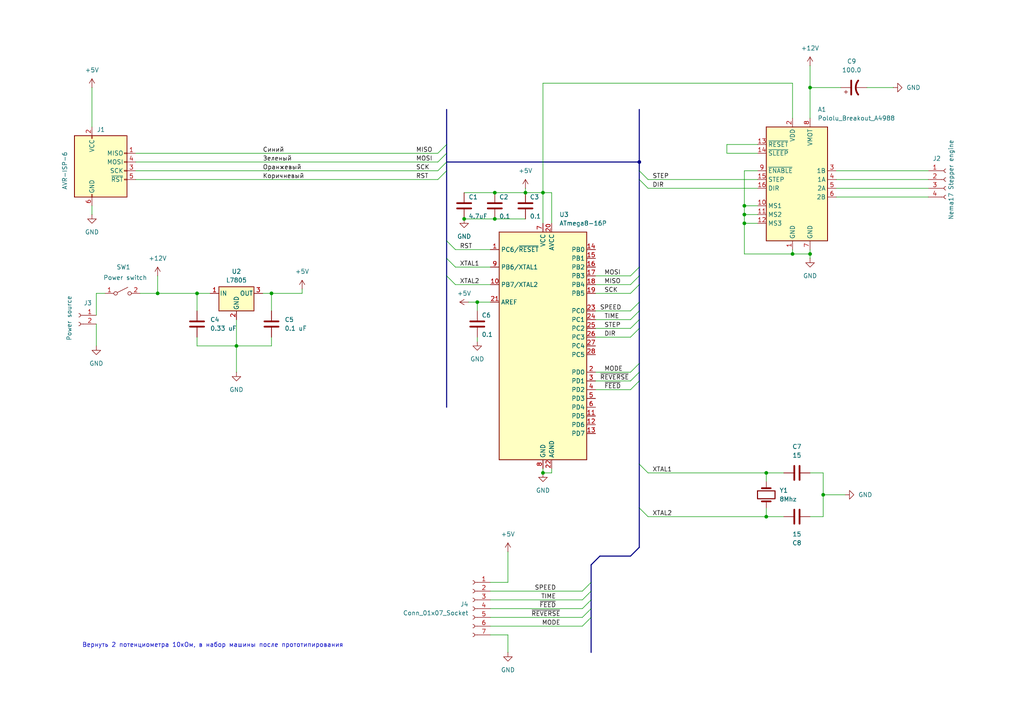
<source format=kicad_sch>
(kicad_sch (version 20231120) (generator "eeschema") (generator_version "8.0")
  (paper "A4")
  (title_block (title "Lead feeder - Main board") (date "2025-01-17") (rev "1") (company "Sorc LLC") (comment 2 "Божков Александр"))
  (lib_symbols
    (symbol "Connector:AVR-ISP-6" (pin_names (offset 1.016))
      (property "Reference" "J" (at -6.35 11.43 0))
      (property "Value" "AVR-ISP-6" (at 0 11.43 0))
      (symbol "AVR-ISP-6_0_1"
        (rectangle (start -2.667 -6.858) (end -2.413 -7.62))
        (rectangle (start -2.667 10.16) (end -2.413 9.398))
        (rectangle (start 7.62 -2.413) (end 6.858 -2.667))
        (rectangle (start 7.62 0.127) (end 6.858 -0.127))
        (rectangle (start 7.62 2.667) (end 6.858 2.413))
        (rectangle (start 7.62 5.207) (end 6.858 4.953))
        (rectangle (start 7.62 10.16) (end -7.62 -7.62) (stroke (width 0.254)) (fill (type background)))
      )
      (symbol "AVR-ISP-6_1_1"
        (pin passive line (at 10.16 5.08 180) (length 2.54) (name "MISO") (number "1"))
        (pin passive line (at -2.54 12.7 270) (length 2.54) (name "VCC") (number "2"))
        (pin passive line (at 10.16 0 180) (length 2.54) (name "SCK") (number "3"))
        (pin passive line (at 10.16 2.54 180) (length 2.54) (name "MOSI") (number "4"))
        (pin passive line (at 10.16 -2.54 180) (length 2.54) (name "~{RST}") (number "5"))
        (pin passive line (at -2.54 -10.16 90) (length 2.54) (name "GND") (number "6"))
      )
    )
    (symbol "Connector:Conn_01x02_Socket" (pin_names (offset 1.016) hide)
      (property "Reference" "J" (at 0 2.54 0))
      (property "Value" "Conn_01x02_Socket" (at 0 -5.08 0))
      (symbol "Conn_01x02_Socket_1_1"
        (arc (start 0 -2.032) (mid -0.5058 -2.54) (end 0 -3.048) (stroke (width 0.1524)))
        (polyline (pts (xy -1.27 -2.54) (xy -0.508 -2.54)) (stroke (width 0.1524)))
        (polyline (pts (xy -1.27 0) (xy -0.508 0)) (stroke (width 0.1524)))
        (arc (start 0 0.508) (mid -0.5058 0) (end 0 -0.508) (stroke (width 0.1524)))
        (pin passive line (at -5.08 0 0) (length 3.81) (name "Pin_1") (number "1"))
        (pin passive line (at -5.08 -2.54 0) (length 3.81) (name "Pin_2") (number "2"))
      )
    )
    (symbol "Connector:Conn_01x04_Socket" (pin_names (offset 1.016) hide)
      (property "Reference" "J" (at 0 5.08 0))
      (property "Value" "Conn_01x04_Socket" (at 0 -7.62 0))
      (symbol "Conn_01x04_Socket_1_1"
        (arc (start 0 -4.572) (mid -0.5058 -5.08) (end 0 -5.588) (stroke (width 0.1524)))
        (arc (start 0 -2.032) (mid -0.5058 -2.54) (end 0 -3.048) (stroke (width 0.1524)))
        (polyline (pts (xy -1.27 -5.08) (xy -0.508 -5.08)) (stroke (width 0.1524)))
        (polyline (pts (xy -1.27 -2.54) (xy -0.508 -2.54)) (stroke (width 0.1524)))
        (polyline (pts (xy -1.27 0) (xy -0.508 0)) (stroke (width 0.1524)))
        (polyline (pts (xy -1.27 2.54) (xy -0.508 2.54)) (stroke (width 0.1524)))
        (arc (start 0 0.508) (mid -0.5058 0) (end 0 -0.508) (stroke (width 0.1524)))
        (arc (start 0 3.048) (mid -0.5058 2.54) (end 0 2.032) (stroke (width 0.1524)))
        (pin passive line (at -5.08 2.54 0) (length 3.81) (name "Pin_1") (number "1"))
        (pin passive line (at -5.08 0 0) (length 3.81) (name "Pin_2") (number "2"))
        (pin passive line (at -5.08 -2.54 0) (length 3.81) (name "Pin_3") (number "3"))
        (pin passive line (at -5.08 -5.08 0) (length 3.81) (name "Pin_4") (number "4"))
      )
    )
    (symbol "Connector:Conn_01x07_Socket" (pin_names (offset 1.016) hide)
      (property "Reference" "J" (at 0 10.16 0))
      (property "Value" "Conn_01x07_Socket" (at 0 -10.16 0))
      (symbol "Conn_01x07_Socket_1_1"
        (arc (start 0 -7.112) (mid -0.5058 -7.62) (end 0 -8.128) (stroke (width 0.1524)))
        (arc (start 0 -4.572) (mid -0.5058 -5.08) (end 0 -5.588) (stroke (width 0.1524)))
        (arc (start 0 -2.032) (mid -0.5058 -2.54) (end 0 -3.048) (stroke (width 0.1524)))
        (polyline (pts (xy -1.27 -7.62) (xy -0.508 -7.62)) (stroke (width 0.1524)))
        (polyline (pts (xy -1.27 -5.08) (xy -0.508 -5.08)) (stroke (width 0.1524)))
        (polyline (pts (xy -1.27 -2.54) (xy -0.508 -2.54)) (stroke (width 0.1524)))
        (polyline (pts (xy -1.27 0) (xy -0.508 0)) (stroke (width 0.1524)))
        (polyline (pts (xy -1.27 2.54) (xy -0.508 2.54)) (stroke (width 0.1524)))
        (polyline (pts (xy -1.27 5.08) (xy -0.508 5.08)) (stroke (width 0.1524)))
        (polyline (pts (xy -1.27 7.62) (xy -0.508 7.62)) (stroke (width 0.1524)))
        (arc (start 0 0.508) (mid -0.5058 0) (end 0 -0.508) (stroke (width 0.1524)))
        (arc (start 0 3.048) (mid -0.5058 2.54) (end 0 2.032) (stroke (width 0.1524)))
        (arc (start 0 5.588) (mid -0.5058 5.08) (end 0 4.572) (stroke (width 0.1524)))
        (arc (start 0 8.128) (mid -0.5058 7.62) (end 0 7.112) (stroke (width 0.1524)))
        (pin passive line (at -5.08 7.62 0) (length 3.81) (name "Pin_1") (number "1"))
        (pin passive line (at -5.08 5.08 0) (length 3.81) (name "Pin_2") (number "2"))
        (pin passive line (at -5.08 2.54 0) (length 3.81) (name "Pin_3") (number "3"))
        (pin passive line (at -5.08 0 0) (length 3.81) (name "Pin_4") (number "4"))
        (pin passive line (at -5.08 -2.54 0) (length 3.81) (name "Pin_5") (number "5"))
        (pin passive line (at -5.08 -5.08 0) (length 3.81) (name "Pin_6") (number "6"))
        (pin passive line (at -5.08 -7.62 0) (length 3.81) (name "Pin_7") (number "7"))
      )
    )
    (symbol "Device:C" (pin_numbers hide) (pin_names (offset 0.254))
      (property "Reference" "C" (at 0.635 2.54 0))
      (property "Value" "C" (at 0.635 -2.54 0))
      (symbol "C_0_1"
        (polyline (pts (xy -2.032 -0.762) (xy 2.032 -0.762)) (stroke (width 0.508)))
        (polyline (pts (xy -2.032 0.762) (xy 2.032 0.762)) (stroke (width 0.508)))
      )
      (symbol "C_1_1"
        (pin passive line (at 0 3.81 270) (length 2.794) (name "~") (number "1"))
        (pin passive line (at 0 -3.81 90) (length 2.794) (name "~") (number "2"))
      )
    )
    (symbol "Device:C_Polarized_US" (pin_numbers hide) (pin_names (offset 0.254) hide)
      (property "Reference" "C" (at 0.635 2.54 0))
      (property "Value" "C_Polarized_US" (at 0.635 -2.54 0))
      (symbol "C_Polarized_US_0_1"
        (polyline (pts (xy -2.032 0.762) (xy 2.032 0.762)) (stroke (width 0.508)))
        (polyline (pts (xy -1.778 2.286) (xy -0.762 2.286)))
        (polyline (pts (xy -1.27 1.778) (xy -1.27 2.794)))
        (arc (start 2.032 -1.27) (mid 0 -0.5572) (end -2.032 -1.27) (stroke (width 0.508)))
      )
      (symbol "C_Polarized_US_1_1"
        (pin passive line (at 0 3.81 270) (length 2.794) (name "~") (number "1"))
        (pin passive line (at 0 -3.81 90) (length 3.302) (name "~") (number "2"))
      )
    )
    (symbol "Device:Crystal" (pin_numbers hide) (pin_names (offset 1.016) hide)
      (property "Reference" "Y" (at 0 3.81 0))
      (property "Value" "Crystal" (at 0 -3.81 0))
      (symbol "Crystal_0_1"
        (rectangle (start -1.143 2.54) (end 1.143 -2.54) (stroke (width 0.3048)))
        (polyline (pts (xy -2.54 0) (xy -1.905 0)))
        (polyline (pts (xy -1.905 -1.27) (xy -1.905 1.27)) (stroke (width 0.508)))
        (polyline (pts (xy 1.905 -1.27) (xy 1.905 1.27)) (stroke (width 0.508)))
        (polyline (pts (xy 2.54 0) (xy 1.905 0)))
      )
      (symbol "Crystal_1_1"
        (pin passive line (at -3.81 0 0) (length 1.27) (name "1") (number "1"))
        (pin passive line (at 3.81 0 180) (length 1.27) (name "2") (number "2"))
      )
    )
    (symbol "Driver_Motor:Pololu_Breakout_A4988"
      (property "Reference" "A" (at -2.54 19.05 0))
      (property "Value" "Pololu_Breakout_A4988" (at -2.54 16.51 0))
      (symbol "Pololu_Breakout_A4988_0_1"
        (rectangle (start 10.16 -17.78) (end -7.62 15.24) (stroke (width 0.254)) (fill (type background)))
      )
      (symbol "Pololu_Breakout_A4988_1_1"
        (pin power_in line (at 0 -20.32 90) (length 2.54) (name "GND") (number "1"))
        (pin input line (at -10.16 -7.62 0) (length 2.54) (name "MS1") (number "10"))
        (pin input line (at -10.16 -10.16 0) (length 2.54) (name "MS2") (number "11"))
        (pin input line (at -10.16 -12.7 0) (length 2.54) (name "MS3") (number "12"))
        (pin input line (at -10.16 10.16 0) (length 2.54) (name "~{RESET}") (number "13"))
        (pin input line (at -10.16 7.62 0) (length 2.54) (name "~{SLEEP}") (number "14"))
        (pin input line (at -10.16 0 0) (length 2.54) (name "STEP") (number "15"))
        (pin input line (at -10.16 -2.54 0) (length 2.54) (name "DIR") (number "16"))
        (pin power_in line (at 0 17.78 270) (length 2.54) (name "VDD") (number "2"))
        (pin output line (at 12.7 2.54 180) (length 2.54) (name "1B") (number "3"))
        (pin output line (at 12.7 0 180) (length 2.54) (name "1A") (number "4"))
        (pin output line (at 12.7 -2.54 180) (length 2.54) (name "2A") (number "5"))
        (pin output line (at 12.7 -5.08 180) (length 2.54) (name "2B") (number "6"))
        (pin power_in line (at 5.08 -20.32 90) (length 2.54) (name "GND") (number "7"))
        (pin power_in line (at 5.08 17.78 270) (length 2.54) (name "VMOT") (number "8"))
        (pin input line (at -10.16 2.54 0) (length 2.54) (name "~{ENABLE}") (number "9"))
      )
    )
    (symbol "MCU_Microchip_ATmega:ATmega8-16P"
      (property "Reference" "U" (at -12.7 34.29 0))
      (property "Value" "ATmega8-16P" (at 5.08 -34.29 0))
      (symbol "ATmega8-16P_0_1"
        (rectangle (start -12.7 -33.02) (end 12.7 33.02) (stroke (width 0.254)) (fill (type background)))
      )
      (symbol "ATmega8-16P_1_1"
        (pin bidirectional line (at -15.24 27.94 0) (length 2.54) (name "PC6/~{RESET}") (number "1"))
        (pin bidirectional line (at -15.24 17.78 0) (length 2.54) (name "PB7/XTAL2") (number "10"))
        (pin bidirectional line (at 15.24 -20.32 180) (length 2.54) (name "PD5") (number "11"))
        (pin bidirectional line (at 15.24 -22.86 180) (length 2.54) (name "PD6") (number "12"))
        (pin bidirectional line (at 15.24 -25.4 180) (length 2.54) (name "PD7") (number "13"))
        (pin bidirectional line (at 15.24 27.94 180) (length 2.54) (name "PB0") (number "14"))
        (pin bidirectional line (at 15.24 25.4 180) (length 2.54) (name "PB1") (number "15"))
        (pin bidirectional line (at 15.24 22.86 180) (length 2.54) (name "PB2") (number "16"))
        (pin bidirectional line (at 15.24 20.32 180) (length 2.54) (name "PB3") (number "17"))
        (pin bidirectional line (at 15.24 17.78 180) (length 2.54) (name "PB4") (number "18"))
        (pin bidirectional line (at 15.24 15.24 180) (length 2.54) (name "PB5") (number "19"))
        (pin bidirectional line (at 15.24 -7.62 180) (length 2.54) (name "PD0") (number "2"))
        (pin power_in line (at 2.54 35.56 270) (length 2.54) (name "AVCC") (number "20"))
        (pin passive line (at -15.24 12.7 0) (length 2.54) (name "AREF") (number "21"))
        (pin power_in line (at 2.54 -35.56 90) (length 2.54) (name "AGND") (number "22"))
        (pin bidirectional line (at 15.24 10.16 180) (length 2.54) (name "PC0") (number "23"))
        (pin bidirectional line (at 15.24 7.62 180) (length 2.54) (name "PC1") (number "24"))
        (pin bidirectional line (at 15.24 5.08 180) (length 2.54) (name "PC2") (number "25"))
        (pin bidirectional line (at 15.24 2.54 180) (length 2.54) (name "PC3") (number "26"))
        (pin bidirectional line (at 15.24 0 180) (length 2.54) (name "PC4") (number "27"))
        (pin bidirectional line (at 15.24 -2.54 180) (length 2.54) (name "PC5") (number "28"))
        (pin bidirectional line (at 15.24 -10.16 180) (length 2.54) (name "PD1") (number "3"))
        (pin bidirectional line (at 15.24 -12.7 180) (length 2.54) (name "PD2") (number "4"))
        (pin bidirectional line (at 15.24 -15.24 180) (length 2.54) (name "PD3") (number "5"))
        (pin bidirectional line (at 15.24 -17.78 180) (length 2.54) (name "PD4") (number "6"))
        (pin power_in line (at 0 35.56 270) (length 2.54) (name "VCC") (number "7"))
        (pin power_in line (at 0 -35.56 90) (length 2.54) (name "GND") (number "8"))
        (pin bidirectional line (at -15.24 22.86 0) (length 2.54) (name "PB6/XTAL1") (number "9"))
      )
    )
    (symbol "Regulator_Linear:L7805" (pin_names (offset 0.254))
      (property "Reference" "U" (at -3.81 3.175 0))
      (property "Value" "L7805" (at 0 3.175 0))
      (symbol "L7805_0_1"
        (rectangle (start -5.08 1.905) (end 5.08 -5.08) (stroke (width 0.254)) (fill (type background)))
      )
      (symbol "L7805_1_1"
        (pin power_in line (at -7.62 0 0) (length 2.54) (name "IN") (number "1"))
        (pin power_in line (at 0 -7.62 90) (length 2.54) (name "GND") (number "2"))
        (pin power_out line (at 7.62 0 180) (length 2.54) (name "OUT") (number "3"))
      )
    )
    (symbol "Switch:SW_SPST" (pin_names (offset 0) hide)
      (property "Reference" "SW" (at 0 3.175 0))
      (property "Value" "SW_SPST" (at 0 -2.54 0))
      (symbol "SW_SPST_0_0"
        (circle (center -2.032 0) (radius 0.508))
        (polyline (pts (xy -1.524 0.254) (xy 1.524 1.778)))
        (circle (center 2.032 0) (radius 0.508))
      )
      (symbol "SW_SPST_1_1"
        (pin passive line (at -5.08 0 0) (length 2.54) (name "A") (number "1"))
        (pin passive line (at 5.08 0 180) (length 2.54) (name "B") (number "2"))
      )
    )
    (symbol "power:+12V" (power) (pin_numbers hide) (pin_names (offset 0) hide)
      (property "Value" "+12V" (at 0 3.556 0))
      (symbol "+12V_0_1"
        (polyline (pts (xy -0.762 1.27) (xy 0 2.54)))
        (polyline (pts (xy 0 0) (xy 0 2.54)))
        (polyline (pts (xy 0 2.54) (xy 0.762 1.27)))
      )
      (symbol "+12V_1_1"
        (pin power_in line (at 0 0 90) (length 0) (name "~") (number "1"))
      )
    )
    (symbol "power:+5V" (power) (pin_numbers hide) (pin_names (offset 0) hide)
      (property "Value" "+5V" (at 0 3.556 0))
      (symbol "+5V_0_1"
        (polyline (pts (xy -0.762 1.27) (xy 0 2.54)))
        (polyline (pts (xy 0 0) (xy 0 2.54)))
        (polyline (pts (xy 0 2.54) (xy 0.762 1.27)))
      )
      (symbol "+5V_1_1"
        (pin power_in line (at 0 0 90) (length 0) (name "~") (number "1"))
      )
    )
    (symbol "power:GND" (power) (pin_numbers hide) (pin_names (offset 0) hide)
      (property "Value" "GND" (at 0 -3.81 0))
      (symbol "GND_0_1"
        (polyline (pts (xy 0 0) (xy 0 -1.27) (xy 1.27 -1.27) (xy 0 -2.54) (xy -1.27 -1.27) (xy 0 -1.27)))
      )
      (symbol "GND_1_1"
        (pin power_in line (at 0 0 270) (length 0) (name "~") (number "1"))
      )
    )
  )
  (junction (at 215.9 64.77))
  (junction (at 143.51 63.5))
  (junction (at 234.95 25.4))
  (junction (at 138.43 87.63))
  (junction (at 215.9 62.23))
  (junction (at 229.87 73.66))
  (junction (at 45.72 85.09))
  (junction (at 152.4 55.88))
  (junction (at 78.74 85.09))
  (junction (at 215.9 59.69))
  (junction (at 185.42 46.99))
  (junction (at 222.25 149.86))
  (junction (at 234.95 73.66))
  (junction (at 68.58 100.33))
  (junction (at 57.15 85.09))
  (junction (at 157.48 137.16))
  (junction (at 157.48 55.88))
  (junction (at 134.62 63.5))
  (junction (at 238.76 143.51))
  (junction (at 143.51 55.88))
  (junction (at 222.25 137.16))
  (bus_entry (at 182.88 110.49) (size 2.54 -2.54))
  (bus_entry (at 129.54 74.93) (size 2.54 2.54))
  (bus_entry (at 185.42 52.07) (size 2.54 2.54))
  (bus_entry (at 127 44.45) (size 2.54 -2.54))
  (bus_entry (at 182.88 95.25) (size 2.54 -2.54))
  (bus_entry (at 185.42 49.53) (size 2.54 2.54))
  (bus_entry (at 182.88 82.55) (size 2.54 -2.54))
  (bus_entry (at 168.91 176.53) (size 2.54 -2.54))
  (bus_entry (at 182.88 97.79) (size 2.54 -2.54))
  (bus_entry (at 129.54 69.85) (size 2.54 2.54))
  (bus_entry (at 168.91 171.45) (size 2.54 -2.54))
  (bus_entry (at 185.42 147.32) (size 2.54 2.54))
  (bus_entry (at 168.91 179.07) (size 2.54 -2.54))
  (bus_entry (at 185.42 134.62) (size 2.54 2.54))
  (bus_entry (at 182.88 113.03) (size 2.54 -2.54))
  (bus_entry (at 168.91 181.61) (size 2.54 -2.54))
  (bus_entry (at 168.91 173.99) (size 2.54 -2.54))
  (bus_entry (at 127 46.99) (size 2.54 -2.54))
  (bus_entry (at 127 49.53) (size 2.54 -2.54))
  (bus_entry (at 129.54 80.01) (size 2.54 2.54))
  (bus_entry (at 182.88 92.71) (size 2.54 -2.54))
  (bus_entry (at 182.88 80.01) (size 2.54 -2.54))
  (bus_entry (at 182.88 90.17) (size 2.54 -2.54))
  (bus_entry (at 127 52.07) (size 2.54 -2.54))
  (bus_entry (at 182.88 85.09) (size 2.54 -2.54))
  (bus_entry (at 182.88 107.95) (size 2.54 -2.54))
  (wire (pts (xy 210.82 41.91) (xy 219.71 41.91)))
  (wire (pts (xy 147.32 168.91) (xy 147.32 160.02)))
  (bus (pts (xy 185.42 49.53) (xy 185.42 52.07)))
  (wire (pts (xy 215.9 64.77) (xy 219.71 64.77)))
  (wire (pts (xy 219.71 59.69) (xy 215.9 59.69)))
  (wire (pts (xy 157.48 55.88) (xy 160.02 55.88)))
  (bus (pts (xy 171.45 173.99) (xy 171.45 176.53)))
  (wire (pts (xy 152.4 54.61) (xy 152.4 55.88)))
  (bus (pts (xy 129.54 49.53) (xy 129.54 69.85)))
  (wire (pts (xy 222.25 137.16) (xy 222.25 139.7)))
  (wire (pts (xy 142.24 184.15) (xy 147.32 184.15)))
  (bus (pts (xy 171.45 163.83) (xy 171.45 168.91)))
  (wire (pts (xy 219.71 44.45) (xy 210.82 44.45)))
  (wire (pts (xy 26.67 25.4) (xy 26.67 36.83)))
  (wire (pts (xy 138.43 90.17) (xy 138.43 87.63)))
  (bus (pts (xy 129.54 69.85) (xy 129.54 74.93)))
  (bus (pts (xy 185.42 107.95) (xy 185.42 110.49)))
  (bus (pts (xy 185.42 80.01) (xy 185.42 82.55)))
  (wire (pts (xy 222.25 149.86) (xy 222.25 147.32)))
  (wire (pts (xy 26.67 59.69) (xy 26.67 62.23)))
  (wire (pts (xy 172.72 97.79) (xy 182.88 97.79)))
  (wire (pts (xy 215.9 62.23) (xy 219.71 62.23)))
  (wire (pts (xy 172.72 80.01) (xy 182.88 80.01)))
  (wire (pts (xy 142.24 168.91) (xy 147.32 168.91)))
  (wire (pts (xy 39.37 52.07) (xy 127 52.07)))
  (wire (pts (xy 234.95 25.4) (xy 234.95 34.29)))
  (bus (pts (xy 171.45 179.07) (xy 171.45 189.23)))
  (wire (pts (xy 172.72 110.49) (xy 182.88 110.49)))
  (wire (pts (xy 132.08 72.39) (xy 142.24 72.39)))
  (wire (pts (xy 168.91 181.61) (xy 142.24 181.61)))
  (wire (pts (xy 187.96 137.16) (xy 222.25 137.16)))
  (wire (pts (xy 160.02 135.89) (xy 160.02 137.16)))
  (bus (pts (xy 185.42 82.55) (xy 185.42 87.63)))
  (wire (pts (xy 160.02 55.88) (xy 160.02 64.77)))
  (wire (pts (xy 215.9 59.69) (xy 215.9 62.23)))
  (bus (pts (xy 129.54 80.01) (xy 129.54 118.11)))
  (wire (pts (xy 87.63 83.82) (xy 87.63 85.09)))
  (bus (pts (xy 185.42 46.99) (xy 185.42 49.53)))
  (wire (pts (xy 57.15 85.09) (xy 60.96 85.09)))
  (wire (pts (xy 234.95 25.4) (xy 234.95 19.05)))
  (bus (pts (xy 185.42 134.62) (xy 185.42 147.32)))
  (wire (pts (xy 168.91 179.07) (xy 142.24 179.07)))
  (bus (pts (xy 171.45 176.53) (xy 171.45 179.07)))
  (wire (pts (xy 243.84 25.4) (xy 234.95 25.4)))
  (wire (pts (xy 222.25 149.86) (xy 227.33 149.86)))
  (wire (pts (xy 234.95 73.66) (xy 234.95 74.93)))
  (wire (pts (xy 27.94 93.98) (xy 27.94 100.33)))
  (wire (pts (xy 187.96 149.86) (xy 222.25 149.86)))
  (wire (pts (xy 229.87 24.13) (xy 157.48 24.13)))
  (wire (pts (xy 172.72 92.71) (xy 182.88 92.71)))
  (bus (pts (xy 185.42 31.75) (xy 185.42 46.99)))
  (bus (pts (xy 171.45 163.83) (xy 173.99 161.29)))
  (bus (pts (xy 129.54 74.93) (xy 129.54 80.01)))
  (wire (pts (xy 76.2 85.09) (xy 78.74 85.09)))
  (wire (pts (xy 138.43 99.06) (xy 138.43 97.79)))
  (wire (pts (xy 215.9 73.66) (xy 229.87 73.66)))
  (wire (pts (xy 30.48 85.09) (xy 27.94 85.09)))
  (wire (pts (xy 172.72 95.25) (xy 182.88 95.25)))
  (bus (pts (xy 171.45 171.45) (xy 171.45 173.99)))
  (wire (pts (xy 187.96 54.61) (xy 219.71 54.61)))
  (bus (pts (xy 185.42 92.71) (xy 185.42 95.25)))
  (wire (pts (xy 242.57 54.61) (xy 269.24 54.61)))
  (wire (pts (xy 172.72 85.09) (xy 182.88 85.09)))
  (wire (pts (xy 138.43 87.63) (xy 142.24 87.63)))
  (wire (pts (xy 187.96 52.07) (xy 219.71 52.07)))
  (wire (pts (xy 222.25 137.16) (xy 227.33 137.16)))
  (wire (pts (xy 215.9 62.23) (xy 215.9 64.77)))
  (wire (pts (xy 215.9 49.53) (xy 215.9 59.69)))
  (wire (pts (xy 57.15 85.09) (xy 57.15 90.17)))
  (wire (pts (xy 168.91 171.45) (xy 142.24 171.45)))
  (bus (pts (xy 185.42 90.17) (xy 185.42 92.71)))
  (wire (pts (xy 68.58 100.33) (xy 78.74 100.33)))
  (wire (pts (xy 57.15 100.33) (xy 68.58 100.33)))
  (wire (pts (xy 45.72 85.09) (xy 40.64 85.09)))
  (wire (pts (xy 68.58 92.71) (xy 68.58 100.33)))
  (wire (pts (xy 39.37 44.45) (xy 127 44.45)))
  (wire (pts (xy 229.87 34.29) (xy 229.87 24.13)))
  (wire (pts (xy 219.71 49.53) (xy 215.9 49.53)))
  (wire (pts (xy 234.95 72.39) (xy 234.95 73.66)))
  (wire (pts (xy 134.62 63.5) (xy 143.51 63.5)))
  (wire (pts (xy 157.48 55.88) (xy 157.48 64.77)))
  (wire (pts (xy 143.51 55.88) (xy 152.4 55.88)))
  (wire (pts (xy 229.87 72.39) (xy 229.87 73.66)))
  (wire (pts (xy 157.48 24.13) (xy 157.48 55.88)))
  (bus (pts (xy 129.54 41.91) (xy 129.54 44.45)))
  (wire (pts (xy 78.74 100.33) (xy 78.74 97.79)))
  (bus (pts (xy 129.54 46.99) (xy 129.54 49.53)))
  (wire (pts (xy 39.37 46.99) (xy 127 46.99)))
  (wire (pts (xy 229.87 73.66) (xy 234.95 73.66)))
  (wire (pts (xy 168.91 176.53) (xy 142.24 176.53)))
  (wire (pts (xy 238.76 137.16) (xy 234.95 137.16)))
  (bus (pts (xy 171.45 168.91) (xy 171.45 171.45)))
  (bus (pts (xy 185.42 158.75) (xy 185.42 147.32)))
  (bus (pts (xy 129.54 44.45) (xy 129.54 46.99)))
  (wire (pts (xy 135.89 87.63) (xy 138.43 87.63)))
  (wire (pts (xy 242.57 57.15) (xy 269.24 57.15)))
  (wire (pts (xy 251.46 25.4) (xy 259.08 25.4)))
  (wire (pts (xy 172.72 107.95) (xy 182.88 107.95)))
  (wire (pts (xy 210.82 44.45) (xy 210.82 41.91)))
  (wire (pts (xy 78.74 85.09) (xy 87.63 85.09)))
  (bus (pts (xy 185.42 52.07) (xy 185.42 77.47)))
  (wire (pts (xy 132.08 77.47) (xy 142.24 77.47)))
  (bus (pts (xy 185.42 77.47) (xy 185.42 80.01)))
  (bus (pts (xy 173.99 161.29) (xy 182.88 161.29)))
  (wire (pts (xy 27.94 91.44) (xy 27.94 85.09)))
  (bus (pts (xy 182.88 161.29) (xy 185.42 158.75)))
  (wire (pts (xy 68.58 100.33) (xy 68.58 107.95)))
  (wire (pts (xy 238.76 143.51) (xy 238.76 137.16)))
  (wire (pts (xy 172.72 90.17) (xy 182.88 90.17)))
  (wire (pts (xy 242.57 49.53) (xy 269.24 49.53)))
  (wire (pts (xy 234.95 149.86) (xy 238.76 149.86)))
  (wire (pts (xy 242.57 52.07) (xy 269.24 52.07)))
  (wire (pts (xy 172.72 82.55) (xy 182.88 82.55)))
  (bus (pts (xy 185.42 105.41) (xy 185.42 107.95)))
  (bus (pts (xy 185.42 110.49) (xy 185.42 134.62)))
  (bus (pts (xy 129.54 46.99) (xy 185.42 46.99)))
  (bus (pts (xy 129.54 31.75) (xy 129.54 41.91)))
  (wire (pts (xy 147.32 184.15) (xy 147.32 189.23)))
  (wire (pts (xy 45.72 85.09) (xy 57.15 85.09)))
  (wire (pts (xy 45.72 80.01) (xy 45.72 85.09)))
  (bus (pts (xy 185.42 95.25) (xy 185.42 105.41)))
  (bus (pts (xy 185.42 87.63) (xy 185.42 90.17)))
  (wire (pts (xy 134.62 55.88) (xy 143.51 55.88)))
  (wire (pts (xy 132.08 82.55) (xy 142.24 82.55)))
  (wire (pts (xy 238.76 143.51) (xy 238.76 149.86)))
  (wire (pts (xy 168.91 173.99) (xy 142.24 173.99)))
  (wire (pts (xy 172.72 113.03) (xy 182.88 113.03)))
  (wire (pts (xy 160.02 137.16) (xy 157.48 137.16)))
  (wire (pts (xy 78.74 85.09) (xy 78.74 90.17)))
  (wire (pts (xy 152.4 55.88) (xy 157.48 55.88)))
  (wire (pts (xy 39.37 49.53) (xy 127 49.53)))
  (wire (pts (xy 215.9 64.77) (xy 215.9 73.66)))
  (wire (pts (xy 57.15 97.79) (xy 57.15 100.33)))
  (wire (pts (xy 143.51 63.5) (xy 152.4 63.5)))
  (wire (pts (xy 157.48 137.16) (xy 157.48 135.89)))
  (wire (pts (xy 245.11 143.51) (xy 238.76 143.51)))
  (text "Вернуть 2 потенциометра 10кОм, в набор машины после прототипирования" (at 61.722 187.198 0) (effects (font (size 1.27 1.27))))
  (label "RST" (at 120.65 52.07 0))
  (label "DIR" (at 175.26 97.79 0))
  (label "STEP" (at 189.23 52.07 0))
  (label "DIR" (at 189.23 54.61 0))
  (label "XTAL2" (at 189.23 149.86 0))
  (label "Коричневый" (at 76.2 52.07 0))
  (label "~{REVERSE}" (at 162.56 179.07 180))
  (label "~{FEED}" (at 175.26 113.03 0))
  (label "XTAL2" (at 133.35 82.55 0))
  (label "Оранжевый" (at 76.2 49.53 0))
  (label "XTAL1" (at 133.35 77.47 0))
  (label "RST" (at 133.35 72.39 0))
  (label "TIME" (at 161.29 173.99 180))
  (label "Зеленый" (at 76.2 46.99 0))
  (label "MODE" (at 162.56 181.61 180))
  (label "MODE" (at 175.26 107.95 0))
  (label "Синий" (at 76.2 44.45 0))
  (label "TIME" (at 175.26 92.71 0))
  (label "SCK" (at 120.65 49.53 0))
  (label "~{FEED}" (at 161.29 176.53 180))
  (label "~{REVERSE}" (at 173.99 110.49 0))
  (label "XTAL1" (at 189.23 137.16 0))
  (label "SCK" (at 175.26 85.09 0))
  (label "MISO" (at 175.26 82.55 0))
  (label "MOSI" (at 175.26 80.01 0))
  (label "MOSI" (at 120.65 46.99 0))
  (label "MISO" (at 120.65 44.45 0))
  (label "SPEED" (at 161.29 171.45 180))
  (label "SPEED" (at 173.99 90.17 0))
  (label "STEP" (at 175.26 95.25 0))
  (symbol (lib_id "power:+5V") (at 152.4 54.61 0) (unit 1)
    (property "Reference" "#PWR05" (effects (hide yes)))
    (property "Value" "+5V" (at 152.4 49.53 0))
    (property "Description" "Power symbol creates a global label with name \"+5V\"" (effects (hide yes)))
  )
  (symbol (lib_id "Connector:Conn_01x04_Socket") (at 274.32 52.07 0) (unit 1)
    (property "Reference" "J2" (at 270.51 45.974 0) (effects (justify left)))
    (property "Value" "Nema17 Stepper engine" (at 275.844 63.754 90) (effects (justify left)))
    (property "Footprint" "Connector_JST:JST_EH_B4B-EH-A_1x04_P2.50mm_Vertical" (effects (hide yes)))
    (property "Description" "Generic connector, single row, 01x04, script generated" (effects (hide yes)))
  )
  (symbol (lib_id "power:+5V") (at 135.89 87.63 90) (unit 1)
    (property "Reference" "#PWR012" (effects (hide yes)))
    (property "Value" "+5V" (at 134.62 85.09 90))
    (property "Description" "Power symbol creates a global label with name \"+5V\"" (effects (hide yes)))
  )
  (symbol (lib_id "power:+5V") (at 147.32 160.02 0) (mirror y) (unit 1)
    (property "Reference" "#PWR018" (effects (hide yes)))
    (property "Value" "+5V" (at 147.32 154.94 0))
    (property "Description" "Power symbol creates a global label with name \"+5V\"" (effects (hide yes)))
  )
  (symbol (lib_id "Switch:SW_SPST") (at 35.56 85.09 0) (unit 1)
    (property "Reference" "SW1" (at 35.814 77.47 0))
    (property "Value" "Power switch" (at 36.322 80.518 0))
    (property "Footprint" "Connector_Wire:SolderWire-0.5sqmm_1x02_P4.6mm_D0.9mm_OD2.1mm" (effects (hide yes)))
    (property "Description" "Single Pole Single Throw (SPST) switch" (effects (hide yes)))
  )
  (symbol (lib_id "power:GND") (at 245.11 143.51 90) (unit 1)
    (property "Reference" "#PWR017" (effects (hide yes)))
    (property "Value" "GND" (at 248.92 143.5099 90) (effects (justify right)))
    (property "Description" "Power symbol creates a global label with name \"GND\" , ground" (effects (hide yes)))
  )
  (symbol (lib_id "power:GND") (at 138.43 99.06 0) (unit 1)
    (property "Reference" "#PWR013" (effects (hide yes)))
    (property "Value" "GND" (at 138.43 104.14 0))
    (property "Description" "Power symbol creates a global label with name \"GND\" , ground" (effects (hide yes)))
  )
  (symbol (lib_id "power:GND") (at 157.48 137.16 0) (unit 1)
    (property "Reference" "#PWR016" (effects (hide yes)))
    (property "Value" "GND" (at 157.48 142.24 0))
    (property "Description" "Power symbol creates a global label with name \"GND\" , ground" (effects (hide yes)))
  )
  (symbol (lib_id "Device:C") (at 57.15 93.98 0) (unit 1)
    (property "Reference" "C4" (at 60.96 92.7099 0) (effects (justify left)))
    (property "Value" "0.33 uF" (at 60.96 95.2499 0) (effects (justify left)))
    (property "Footprint" "Capacitor_SMD:C_1206_3216Metric_Pad1.33x1.80mm_HandSolder" (effects (hide yes)))
    (property "Datasheet" "https://www.chipdip.ru/product/grm31cr71h475ka12l" (effects (hide yes)))
    (property "Description" "Unpolarized capacitor" (effects (hide yes)))
  )
  (symbol (lib_id "power:GND") (at 147.32 189.23 0) (mirror y) (unit 1)
    (property "Reference" "#PWR019" (effects (hide yes)))
    (property "Value" "GND" (at 147.32 194.31 0))
    (property "Description" "Power symbol creates a global label with name \"GND\" , ground" (effects (hide yes)))
  )
  (symbol (lib_id "power:+5V") (at 87.63 83.82 0) (unit 1)
    (property "Reference" "#PWR011" (effects (hide yes)))
    (property "Value" "+5V" (at 87.63 78.74 0))
    (property "Description" "Power symbol creates a global label with name \"+5V\"" (effects (hide yes)))
  )
  (symbol (lib_id "Device:Crystal") (at 222.25 143.51 90) (unit 1)
    (property "Reference" "Y1" (at 226.06 142.2399 90) (effects (justify right)))
    (property "Value" "8Mhz" (at 226.06 144.7799 90) (effects (justify right)))
    (property "Footprint" "Crystal:Crystal_HC49-U_Vertical" (effects (hide yes)))
    (property "Description" "Two pin crystal" (effects (hide yes)))
  )
  (symbol (lib_id "power:GND") (at 234.95 74.93 0) (unit 1)
    (property "Reference" "#PWR02" (effects (hide yes)))
    (property "Value" "GND" (at 234.95 80.01 0))
    (property "Description" "Power symbol creates a global label with name \"GND\" , ground" (effects (hide yes)))
  )
  (symbol (lib_id "power:GND") (at 259.08 25.4 90) (unit 1)
    (property "Reference" "#PWR03" (effects (hide yes)))
    (property "Value" "GND" (at 262.89 25.3999 90) (effects (justify right)))
    (property "Description" "Power symbol creates a global label with name \"GND\" , ground" (effects (hide yes)))
  )
  (symbol (lib_id "Device:C_Polarized_US") (at 247.65 25.4 90) (unit 1)
    (property "Reference" "C9" (at 247.015 17.78 90))
    (property "Value" "100.0" (at 247.015 20.32 90))
    (property "Description" "Polarized capacitor, US symbol" (effects (hide yes)))
  )
  (symbol (lib_id "power:+12V") (at 234.95 19.05 0) (unit 1)
    (property "Reference" "#PWR01" (effects (hide yes)))
    (property "Value" "+12V" (at 234.95 13.97 0))
    (property "Description" "Power symbol creates a global label with name \"+12V\"" (effects (hide yes)))
  )
  (symbol (lib_id "power:+5V") (at 26.67 25.4 0) (unit 1)
    (property "Reference" "#PWR04" (effects (hide yes)))
    (property "Value" "+5V" (at 26.67 20.32 0))
    (property "Description" "Power symbol creates a global label with name \"+5V\"" (effects (hide yes)))
  )
  (symbol (lib_id "Connector:Conn_01x02_Socket") (at 22.86 91.44 0) (mirror y) (unit 1)
    (property "Reference" "J3" (at 26.67 87.884 0) (effects (justify left)))
    (property "Value" "Power source" (at 20.066 98.806 90) (effects (justify left)))
    (property "Footprint" "Connector_Wire:SolderWire-0.5sqmm_1x02_P4.6mm_D0.9mm_OD2.1mm" (effects (hide yes)))
    (property "Description" "Generic connector, single row, 01x02, script generated" (effects (hide yes)))
  )
  (symbol (lib_id "power:GND") (at 26.67 62.23 0) (unit 1)
    (property "Reference" "#PWR06" (effects (hide yes)))
    (property "Value" "GND" (at 26.67 67.31 0))
    (property "Description" "Power symbol creates a global label with name \"GND\" , ground" (effects (hide yes)))
  )
  (symbol (lib_id "Connector:Conn_01x07_Socket") (at 137.16 176.53 0) (mirror y) (unit 1)
    (property "Reference" "J4" (at 135.89 175.2599 0) (effects (justify left)))
    (property "Value" "Conn_01x07_Socket" (at 135.89 177.7999 0) (effects (justify left)))
    (property "Footprint" "Connector_JST:JST_EH_S7B-EH_1x07_P2.50mm_Horizontal" (effects (hide yes)))
    (property "Description" "Generic connector, single row, 01x07, script generated" (effects (hide yes)))
  )
  (symbol (lib_id "Device:C") (at 78.74 93.98 0) (unit 1)
    (property "Reference" "C5" (at 82.55 92.7099 0) (effects (justify left)))
    (property "Value" "0.1 uF" (at 82.55 95.2499 0) (effects (justify left)))
    (property "Footprint" "Capacitor_SMD:C_1206_3216Metric_Pad1.33x1.80mm_HandSolder" (effects (hide yes)))
    (property "Datasheet" "https://www.chipdip.ru/product/grm31cr71h475ka12l" (effects (hide yes)))
    (property "Description" "Unpolarized capacitor" (effects (hide yes)))
  )
  (symbol (lib_id "Driver_Motor:Pololu_Breakout_A4988") (at 229.87 52.07 0) (unit 1)
    (property "Reference" "A1" (at 237.1441 31.75 0) (effects (justify left)))
    (property "Value" "Pololu_Breakout_A4988" (at 237.1441 34.29 0) (effects (justify left)))
    (property "Footprint" "Module:Pololu_Breakout-16_15.2x20.3mm" (effects (hide yes)))
    (property "Datasheet" "https://www.pololu.com/product/2980/pictures" (effects (hide yes)))
    (property "Description" "Pololu Breakout Board, Stepper Driver A4988" (effects (hide yes)))
  )
  (symbol (lib_id "Device:C") (at 143.51 59.69 0) (unit 1)
    (property "Reference" "C2" (at 144.78 57.15 0) (effects (justify left)))
    (property "Value" "0.1" (at 144.78 62.738 0) (effects (justify left)))
    (property "Footprint" "Capacitor_SMD:C_1206_3216Metric_Pad1.33x1.80mm_HandSolder" (effects (hide yes)))
    (property "Description" "Unpolarized capacitor" (effects (hide yes)))
  )
  (symbol (lib_id "Device:C") (at 152.4 59.69 0) (unit 1)
    (property "Reference" "C3" (at 153.67 57.15 0) (effects (justify left)))
    (property "Value" "0.1" (at 153.67 62.738 0) (effects (justify left)))
    (property "Footprint" "Capacitor_SMD:C_1206_3216Metric_Pad1.33x1.80mm_HandSolder" (effects (hide yes)))
    (property "Description" "Unpolarized capacitor" (effects (hide yes)))
  )
  (symbol (lib_id "Device:C") (at 231.14 137.16 90) (unit 1)
    (property "Reference" "C7" (at 231.14 129.54 90))
    (property "Value" "15" (at 231.14 132.08 90))
    (property "Footprint" "Capacitor_SMD:C_1206_3216Metric_Pad1.33x1.80mm_HandSolder" (effects (hide yes)))
    (property "Description" "Unpolarized capacitor" (effects (hide yes)))
  )
  (symbol (lib_id "MCU_Microchip_ATmega:ATmega8-16P") (at 157.48 100.33 0) (unit 1)
    (property "Reference" "U3" (at 162.2141 62.23 0) (effects (justify left)))
    (property "Value" "ATmega8-16P" (at 162.2141 64.77 0) (effects (justify left)))
    (property "Footprint" "Package_DIP:DIP-28_W7.62mm" (effects (hide yes)))
    (property "Datasheet" "http://ww1.microchip.com/downloads/en/DeviceDoc/atmel-2486-8-bit-avr-microcontroller-atmega8_l_datasheet.pdf" (effects (hide yes)))
    (property "Description" "16MHz, 8kB Flash, 1kB SRAM, 512B EEPROM, DIP-28" (effects (hide yes)))
  )
  (symbol (lib_id "Regulator_Linear:L7805") (at 68.58 85.09 0) (unit 1)
    (property "Reference" "U2" (at 68.58 78.74 0))
    (property "Value" "L7805" (at 68.58 81.28 0))
    (property "Footprint" "Package_TO_SOT_THT:TO-220-3_Vertical" (effects (hide yes)))
    (property "Datasheet" "http://www.st.com/content/ccc/resource/technical/document/datasheet/41/4f/b3/b0/12/d4/47/88/CD00000444.pdf/files/CD00000444.pdf/jcr:content/translations/en.CD00000444.pdf" (effects (hide yes)))
    (property "Description" "Positive 1.5A 35V Linear Regulator, Fixed Output 5V, TO-220/TO-263/TO-252" (effects (hide yes)))
  )
  (symbol (lib_id "Device:C") (at 231.14 149.86 90) (mirror x) (unit 1)
    (property "Reference" "C8" (at 231.14 157.48 90))
    (property "Value" "15" (at 231.14 154.94 90))
    (property "Footprint" "Capacitor_SMD:C_1206_3216Metric_Pad1.33x1.80mm_HandSolder" (effects (hide yes)))
    (property "Description" "Unpolarized capacitor" (effects (hide yes)))
  )
  (symbol (lib_id "power:GND") (at 134.62 63.5 0) (unit 1)
    (property "Reference" "#PWR07" (effects (hide yes)))
    (property "Value" "GND" (at 134.62 68.58 0))
    (property "Description" "Power symbol creates a global label with name \"GND\" , ground" (effects (hide yes)))
  )
  (symbol (lib_id "power:GND") (at 68.58 107.95 0) (unit 1)
    (property "Reference" "#PWR015" (effects (hide yes)))
    (property "Value" "GND" (at 68.58 113.03 0))
    (property "Description" "Power symbol creates a global label with name \"GND\" , ground" (effects (hide yes)))
  )
  (symbol (lib_id "power:GND") (at 27.94 100.33 0) (unit 1)
    (property "Reference" "#PWR014" (effects (hide yes)))
    (property "Value" "GND" (at 27.94 105.41 0))
    (property "Description" "Power symbol creates a global label with name \"GND\" , ground" (effects (hide yes)))
  )
  (symbol (lib_id "power:+12V") (at 45.72 80.01 0) (unit 1)
    (property "Reference" "#PWR010" (effects (hide yes)))
    (property "Value" "+12V" (at 45.72 74.93 0))
    (property "Description" "Power symbol creates a global label with name \"+12V\"" (effects (hide yes)))
  )
  (symbol (lib_id "Device:C") (at 138.43 93.98 0) (unit 1)
    (property "Reference" "C6" (at 139.7 91.44 0) (effects (justify left)))
    (property "Value" "0.1" (at 139.7 97.028 0) (effects (justify left)))
    (property "Footprint" "Capacitor_SMD:C_1206_3216Metric_Pad1.33x1.80mm_HandSolder" (effects (hide yes)))
    (property "Description" "Unpolarized capacitor" (effects (hide yes)))
  )
  (symbol (lib_id "Device:C") (at 134.62 59.69 0) (unit 1)
    (property "Reference" "C1" (at 135.89 57.15 0) (effects (justify left)))
    (property "Value" "4.7uF" (at 135.89 62.738 0) (effects (justify left)))
    (property "Footprint" "Capacitor_SMD:C_1206_3216Metric_Pad1.33x1.80mm_HandSolder" (effects (hide yes)))
    (property "Description" "Unpolarized capacitor" (effects (hide yes)))
  )
  (symbol (lib_id "Connector:AVR-ISP-6") (at 29.21 49.53 0) (unit 1)
    (property "Reference" "J1" (at 30.48 37.592 0) (effects (justify right)))
    (property "Value" "AVR-ISP-6" (at 18.796 43.942 90) (effects (justify right)))
    (property "Footprint" "Connector_IDC:IDC-Header_2x03_P2.54mm_Vertical" (effects (hide yes)))
    (property "Description" "Atmel 6-pin ISP connector" (effects (hide yes)))
  )
)
</source>
